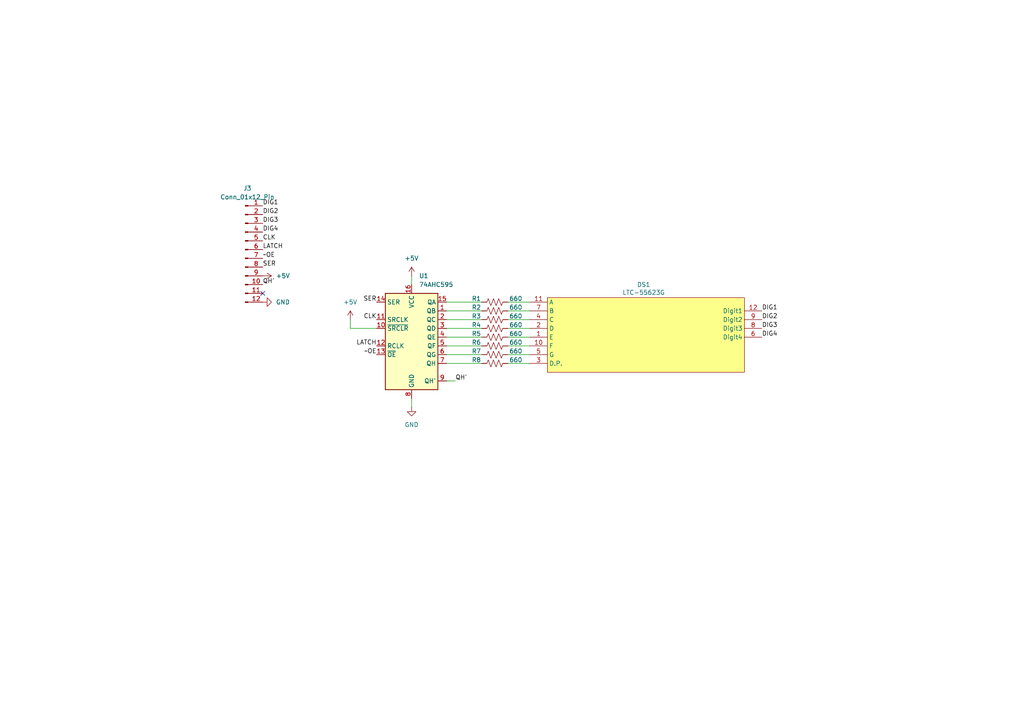
<source format=kicad_sch>
(kicad_sch (version 20250114) (generator "eeschema") (generator_version "9.0")
  (paper "A4")
  (lib_symbols
    (symbol "74xx:74AHC595"
      (property "Reference" "U" (at -7.62 13.97 0))
      (property "Value" "74AHC595" (at -7.62 -16.51 0))
      (symbol "74AHC595_1_0"
        (pin input line (at -10.16 10.16 0) (length 2.54) (name "SER") (number "14"))
        (pin input line (at -10.16 5.08 0) (length 2.54) (name "SRCLK") (number "11"))
        (pin input line (at -10.16 2.54 0) (length 2.54) (name "~{SRCLR}") (number "10"))
        (pin input line (at -10.16 -2.54 0) (length 2.54) (name "RCLK") (number "12"))
        (pin input line (at -10.16 -5.08 0) (length 2.54) (name "~{OE}") (number "13"))
        (pin power_in line (at 0 15.24 270) (length 2.54) (name "VCC") (number "16"))
        (pin power_in line (at 0 -17.78 90) (length 2.54) (name "GND") (number "8"))
        (pin tri_state line (at 10.16 10.16 180) (length 2.54) (name "QA") (number "15"))
        (pin tri_state line (at 10.16 7.62 180) (length 2.54) (name "QB") (number "1"))
        (pin tri_state line (at 10.16 5.08 180) (length 2.54) (name "QC") (number "2"))
        (pin tri_state line (at 10.16 2.54 180) (length 2.54) (name "QD") (number "3"))
        (pin tri_state line (at 10.16 0 180) (length 2.54) (name "QE") (number "4"))
        (pin tri_state line (at 10.16 -2.54 180) (length 2.54) (name "QF") (number "5"))
        (pin tri_state line (at 10.16 -5.08 180) (length 2.54) (name "QG") (number "6"))
        (pin tri_state line (at 10.16 -7.62 180) (length 2.54) (name "QH") (number "7"))
        (pin output line (at 10.16 -12.7 180) (length 2.54) (name "QH'") (number "9"))
      )
      (symbol "74AHC595_1_1"
        (rectangle (start -7.62 12.7) (end 7.62 -15.24) (stroke (width 0.254)) (fill (type background)))
      )
    )
    (symbol "Connector:Conn_01x12_Pin" (pin_names (offset 1.016) (hide yes))
      (property "Reference" "J" (at 0 15.24 0))
      (property "Value" "Conn_01x12_Pin" (at 0 -17.78 0))
      (symbol "Conn_01x12_Pin_1_1"
        (rectangle (start 0.8636 12.827) (end 0 12.573) (stroke (width 0.1524)) (fill (type outline)))
        (rectangle (start 0.8636 10.287) (end 0 10.033) (stroke (width 0.1524)) (fill (type outline)))
        (rectangle (start 0.8636 7.747) (end 0 7.493) (stroke (width 0.1524)) (fill (type outline)))
        (rectangle (start 0.8636 5.207) (end 0 4.953) (stroke (width 0.1524)) (fill (type outline)))
        (rectangle (start 0.8636 2.667) (end 0 2.413) (stroke (width 0.1524)) (fill (type outline)))
        (rectangle (start 0.8636 0.127) (end 0 -0.127) (stroke (width 0.1524)) (fill (type outline)))
        (rectangle (start 0.8636 -2.413) (end 0 -2.667) (stroke (width 0.1524)) (fill (type outline)))
        (rectangle (start 0.8636 -4.953) (end 0 -5.207) (stroke (width 0.1524)) (fill (type outline)))
        (rectangle (start 0.8636 -7.493) (end 0 -7.747) (stroke (width 0.1524)) (fill (type outline)))
        (rectangle (start 0.8636 -10.033) (end 0 -10.287) (stroke (width 0.1524)) (fill (type outline)))
        (rectangle (start 0.8636 -12.573) (end 0 -12.827) (stroke (width 0.1524)) (fill (type outline)))
        (rectangle (start 0.8636 -15.113) (end 0 -15.367) (stroke (width 0.1524)) (fill (type outline)))
        (polyline (pts (xy 1.27 12.7) (xy 0.8636 12.7)) (stroke (width 0.1524)))
        (polyline (pts (xy 1.27 10.16) (xy 0.8636 10.16)) (stroke (width 0.1524)))
        (polyline (pts (xy 1.27 7.62) (xy 0.8636 7.62)) (stroke (width 0.1524)))
        (polyline (pts (xy 1.27 5.08) (xy 0.8636 5.08)) (stroke (width 0.1524)))
        (polyline (pts (xy 1.27 2.54) (xy 0.8636 2.54)) (stroke (width 0.1524)))
        (polyline (pts (xy 1.27 0) (xy 0.8636 0)) (stroke (width 0.1524)))
        (polyline (pts (xy 1.27 -2.54) (xy 0.8636 -2.54)) (stroke (width 0.1524)))
        (polyline (pts (xy 1.27 -5.08) (xy 0.8636 -5.08)) (stroke (width 0.1524)))
        (polyline (pts (xy 1.27 -7.62) (xy 0.8636 -7.62)) (stroke (width 0.1524)))
        (polyline (pts (xy 1.27 -10.16) (xy 0.8636 -10.16)) (stroke (width 0.1524)))
        (polyline (pts (xy 1.27 -12.7) (xy 0.8636 -12.7)) (stroke (width 0.1524)))
        (polyline (pts (xy 1.27 -15.24) (xy 0.8636 -15.24)) (stroke (width 0.1524)))
        (pin passive line (at 5.08 12.7 180) (length 3.81) (name "Pin_1") (number "1"))
        (pin passive line (at 5.08 10.16 180) (length 3.81) (name "Pin_2") (number "2"))
        (pin passive line (at 5.08 7.62 180) (length 3.81) (name "Pin_3") (number "3"))
        (pin passive line (at 5.08 5.08 180) (length 3.81) (name "Pin_4") (number "4"))
        (pin passive line (at 5.08 2.54 180) (length 3.81) (name "Pin_5") (number "5"))
        (pin passive line (at 5.08 0 180) (length 3.81) (name "Pin_6") (number "6"))
        (pin passive line (at 5.08 -2.54 180) (length 3.81) (name "Pin_7") (number "7"))
        (pin passive line (at 5.08 -5.08 180) (length 3.81) (name "Pin_8") (number "8"))
        (pin passive line (at 5.08 -7.62 180) (length 3.81) (name "Pin_9") (number "9"))
        (pin passive line (at 5.08 -10.16 180) (length 3.81) (name "Pin_10") (number "10"))
        (pin passive line (at 5.08 -12.7 180) (length 3.81) (name "Pin_11") (number "11"))
        (pin passive line (at 5.08 -15.24 180) (length 3.81) (name "Pin_12") (number "12"))
      )
    )
    (symbol "Device:R_US" (pin_numbers (hide yes)) (pin_names (offset 0))
      (property "Reference" "R" (at 2.54 0 90))
      (property "Value" "R_US" (at -2.54 0 90))
      (symbol "R_US_0_1"
        (polyline (pts (xy 0 2.286) (xy 0 2.54)))
        (polyline (pts (xy 0 2.286) (xy 1.016 1.905) (xy 0 1.524) (xy -1.016 1.143) (xy 0 0.762)))
        (polyline (pts (xy 0 0.762) (xy 1.016 0.381) (xy 0 0) (xy -1.016 -0.381) (xy 0 -0.762)))
        (polyline (pts (xy 0 -0.762) (xy 1.016 -1.143) (xy 0 -1.524) (xy -1.016 -1.905) (xy 0 -2.286)))
        (polyline (pts (xy 0 -2.286) (xy 0 -2.54)))
      )
      (symbol "R_US_1_1"
        (pin passive line (at 0 3.81 270) (length 1.27) (name "~") (number "1"))
        (pin passive line (at 0 -3.81 90) (length 1.27) (name "~") (number "2"))
      )
    )
    (symbol "Display2:LTC-5623G"
      (property "Reference" "LTC-55623G" (at -0.254 -2.54 0))
      (symbol "LTC-5623G_0_1"
        (rectangle (start -27.94 -3.81) (end 29.21 -25.4) (fill (type color) (color 252 255 137 1)))
      )
      (symbol "LTC-5623G_1_1"
        (pin input line (at -33.02 -5.08 0) (length 5.08) (name "A") (number "11"))
        (pin input line (at -33.02 -7.62 0) (length 5.08) (name "B") (number "7"))
        (pin input line (at -33.02 -10.16 0) (length 5.08) (name "C") (number "4"))
        (pin input line (at -33.02 -12.7 0) (length 5.08) (name "D") (number "2"))
        (pin input line (at -33.02 -15.24 0) (length 5.08) (name "E") (number "1"))
        (pin input line (at -33.02 -17.78 0) (length 5.08) (name "F") (number "10"))
        (pin input line (at -33.02 -20.32 0) (length 5.08) (name "G") (number "5"))
        (pin input line (at -33.02 -22.86 0) (length 5.08) (name "D.P.") (number "3"))
        (pin input line (at 34.29 -7.62 180) (length 5.08) (name "Digit1") (number "12"))
        (pin input line (at 34.29 -10.16 180) (length 5.08) (name "Digit2") (number "9"))
        (pin input line (at 34.29 -12.7 180) (length 5.08) (name "Digit3") (number "8"))
        (pin input line (at 34.29 -15.24 180) (length 5.08) (name "Digit4") (number "6"))
      )
    )
    (symbol "power:+5V" (power) (pin_numbers (hide yes)) (pin_names (offset 0) (hide yes))
      (property "Value" "+5V" (at 0 3.556 0))
      (symbol "+5V_0_1"
        (polyline (pts (xy -0.762 1.27) (xy 0 2.54)))
        (polyline (pts (xy 0 2.54) (xy 0.762 1.27)))
        (polyline (pts (xy 0 0) (xy 0 2.54)))
      )
      (symbol "+5V_1_1"
        (pin power_in line (at 0 0 90) (length 0) (name "~") (number "1"))
      )
    )
    (symbol "power:GND" (power) (pin_numbers (hide yes)) (pin_names (offset 0) (hide yes))
      (property "Value" "GND" (at 0 -3.81 0))
      (symbol "GND_0_1"
        (polyline (pts (xy 0 0) (xy 0 -1.27) (xy 1.27 -1.27) (xy 0 -2.54) (xy -1.27 -1.27) (xy 0 -1.27)))
      )
      (symbol "GND_1_1"
        (pin power_in line (at 0 0 270) (length 0) (name "~") (number "1"))
      )
    )
  )
  (no_connect (at 76.2 85.09))
  (wire (pts (xy 129.54 102.87) (xy 139.7 102.87)))
  (wire (pts (xy 129.54 97.79) (xy 139.7 97.79)))
  (wire (pts (xy 129.54 90.17) (xy 139.7 90.17)))
  (wire (pts (xy 129.54 105.41) (xy 139.7 105.41)))
  (wire (pts (xy 129.54 87.63) (xy 139.7 87.63)))
  (wire (pts (xy 147.32 100.33) (xy 153.67 100.33)))
  (wire (pts (xy 119.38 115.57) (xy 119.38 118.11)))
  (wire (pts (xy 129.54 100.33) (xy 139.7 100.33)))
  (wire (pts (xy 147.32 87.63) (xy 153.67 87.63)))
  (wire (pts (xy 147.32 97.79) (xy 153.67 97.79)))
  (wire (pts (xy 129.54 110.49) (xy 132.08 110.49)))
  (wire (pts (xy 147.32 105.41) (xy 153.67 105.41)))
  (wire (pts (xy 101.6 95.25) (xy 109.22 95.25)))
  (wire (pts (xy 129.54 95.25) (xy 139.7 95.25)))
  (wire (pts (xy 129.54 92.71) (xy 139.7 92.71)))
  (wire (pts (xy 101.6 92.71) (xy 101.6 95.25)))
  (wire (pts (xy 147.32 95.25) (xy 153.67 95.25)))
  (wire (pts (xy 147.32 90.17) (xy 153.67 90.17)))
  (wire (pts (xy 147.32 102.87) (xy 153.67 102.87)))
  (wire (pts (xy 119.38 80.01) (xy 119.38 82.55)))
  (wire (pts (xy 147.32 92.71) (xy 153.67 92.71)))
  (label "QH'" (at 132.08 110.49 0))
  (label "DIG1" (at 76.2 59.69 0))
  (label "SER" (at 76.2 77.47 0))
  (label "QH'" (at 76.2 82.55 0))
  (label "~OE" (at 109.22 102.87 180))
  (label "~OE" (at 76.2 74.93 0))
  (label "DIG4" (at 220.98 97.79 0))
  (label "DIG3" (at 76.2 64.77 0))
  (label "DIG4" (at 76.2 67.31 0))
  (label "DIG1" (at 220.98 90.17 0))
  (label "DIG2" (at 76.2 62.23 0))
  (label "CLK" (at 76.2 69.85 0))
  (label "DIG3" (at 220.98 95.25 0))
  (label "CLK" (at 109.22 92.71 180))
  (label "LATCH" (at 76.2 72.39 0))
  (label "SER" (at 109.22 87.63 180))
  (label "LATCH" (at 109.22 100.33 180))
  (label "DIG2" (at 220.98 92.71 0))
  (symbol (lib_id "Display2:LTC-5623G") (at 186.69 82.55 0) (unit 1)
    (property "Reference" "DS1" (at 186.69 82.55 0))
    (property "Value" "LTC-55623G" (at 186.69 84.836 0))
    (property "Footprint" "Library:LTC_5623G-SDIP" (effects (hide yes)))
  )
  (symbol (lib_id "Device:R_US") (at 143.51 92.71 90) (unit 1)
    (property "Reference" "R3" (at 138.176 91.694 90))
    (property "Value" "660" (at 149.606 91.694 90))
    (property "Footprint" "Resistor_THT:R_Axial_DIN0207_L6.3mm_D2.5mm_P7.62mm_Horizontal" (effects (hide yes)))
    (property "Description" "Resistor, US symbol" (effects (hide yes)))
  )
  (symbol (lib_id "power:+5V") (at 119.38 80.01 0) (unit 1)
    (property "Reference" "#PWR02" (effects (hide yes)))
    (property "Value" "+5V" (at 119.38 74.93 0))
    (property "Description" "Power symbol creates a global label with name \"+5V\"" (effects (hide yes)))
  )
  (symbol (lib_id "power:GND") (at 76.2 87.63 90) (unit 1)
    (property "Reference" "#PWR05" (effects (hide yes)))
    (property "Value" "GND" (at 80.01 87.6299 90) (effects (justify right)))
    (property "Description" "Power symbol creates a global label with name \"GND\" , ground" (effects (hide yes)))
  )
  (symbol (lib_id "Connector:Conn_01x12_Pin") (at 71.12 72.39 0) (unit 1)
    (property "Reference" "J3" (at 71.755 54.61 0))
    (property "Value" "Conn_01x12_Pin" (at 71.755 57.15 0))
    (property "Footprint" "Connector_PinHeader_2.54mm:PinHeader_1x12_P2.54mm_Vertical" (effects (hide yes)))
    (property "Description" "Generic connector, single row, 01x12, script generated" (effects (hide yes)))
  )
  (symbol (lib_id "Device:R_US") (at 143.51 87.63 90) (unit 1)
    (property "Reference" "R1" (at 138.176 86.614 90))
    (property "Value" "660" (at 149.606 86.614 90))
    (property "Footprint" "Resistor_THT:R_Axial_DIN0207_L6.3mm_D2.5mm_P7.62mm_Horizontal" (effects (hide yes)))
    (property "Description" "Resistor, US symbol" (effects (hide yes)))
  )
  (symbol (lib_id "power:+5V") (at 101.6 92.71 0) (unit 1)
    (property "Reference" "#PWR01" (effects (hide yes)))
    (property "Value" "+5V" (at 101.6 87.63 0))
    (property "Description" "Power symbol creates a global label with name \"+5V\"" (effects (hide yes)))
  )
  (symbol (lib_id "power:+5V") (at 76.2 80.01 270) (unit 1)
    (property "Reference" "#PWR03" (effects (hide yes)))
    (property "Value" "+5V" (at 80.01 80.0099 90) (effects (justify left)))
    (property "Description" "Power symbol creates a global label with name \"+5V\"" (effects (hide yes)))
  )
  (symbol (lib_id "Device:R_US") (at 143.51 90.17 90) (unit 1)
    (property "Reference" "R2" (at 138.176 89.154 90))
    (property "Value" "660" (at 149.606 89.154 90))
    (property "Footprint" "Resistor_THT:R_Axial_DIN0207_L6.3mm_D2.5mm_P7.62mm_Horizontal" (effects (hide yes)))
    (property "Description" "Resistor, US symbol" (effects (hide yes)))
  )
  (symbol (lib_id "Device:R_US") (at 143.51 97.79 90) (unit 1)
    (property "Reference" "R5" (at 138.176 96.774 90))
    (property "Value" "660" (at 149.606 96.774 90))
    (property "Footprint" "Resistor_THT:R_Axial_DIN0207_L6.3mm_D2.5mm_P7.62mm_Horizontal" (effects (hide yes)))
    (property "Description" "Resistor, US symbol" (effects (hide yes)))
  )
  (symbol (lib_id "power:GND") (at 119.38 118.11 0) (unit 1)
    (property "Reference" "#PWR04" (effects (hide yes)))
    (property "Value" "GND" (at 119.38 123.19 0))
    (property "Description" "Power symbol creates a global label with name \"GND\" , ground" (effects (hide yes)))
  )
  (symbol (lib_id "Device:R_US") (at 143.51 105.41 90) (unit 1)
    (property "Reference" "R8" (at 138.176 104.394 90))
    (property "Value" "660" (at 149.606 104.394 90))
    (property "Footprint" "Resistor_THT:R_Axial_DIN0207_L6.3mm_D2.5mm_P7.62mm_Horizontal" (effects (hide yes)))
    (property "Description" "Resistor, US symbol" (effects (hide yes)))
  )
  (symbol (lib_id "Device:R_US") (at 143.51 95.25 90) (unit 1)
    (property "Reference" "R4" (at 138.176 94.234 90))
    (property "Value" "660" (at 149.606 94.234 90))
    (property "Footprint" "Resistor_THT:R_Axial_DIN0207_L6.3mm_D2.5mm_P7.62mm_Horizontal" (effects (hide yes)))
    (property "Description" "Resistor, US symbol" (effects (hide yes)))
  )
  (symbol (lib_id "Device:R_US") (at 143.51 102.87 90) (unit 1)
    (property "Reference" "R7" (at 138.176 101.854 90))
    (property "Value" "660" (at 149.606 101.854 90))
    (property "Footprint" "Resistor_THT:R_Axial_DIN0207_L6.3mm_D2.5mm_P7.62mm_Horizontal" (effects (hide yes)))
    (property "Description" "Resistor, US symbol" (effects (hide yes)))
  )
  (symbol (lib_id "Device:R_US") (at 143.51 100.33 90) (unit 1)
    (property "Reference" "R6" (at 138.176 99.314 90))
    (property "Value" "660" (at 149.606 99.314 90))
    (property "Footprint" "Resistor_THT:R_Axial_DIN0207_L6.3mm_D2.5mm_P7.62mm_Horizontal" (effects (hide yes)))
    (property "Description" "Resistor, US symbol" (effects (hide yes)))
  )
  (symbol (lib_id "74xx:74AHC595") (at 119.38 97.79 0) (unit 1)
    (property "Reference" "U1" (at 121.5233 80.01 0) (effects (justify left)))
    (property "Value" "74AHC595" (at 121.5233 82.55 0) (effects (justify left)))
    (property "Footprint" "Package_DIP:DIP-16_W7.62mm_Socket" (effects (hide yes)))
    (property "Datasheet" "https://assets.nexperia.com/documents/data-sheet/74AHC_AHCT595.pdf" (effects (hide yes)))
    (property "Description" "8-bit serial in/out Shift Register 3-State Outputs" (effects (hide yes)))
  )
)
</source>
